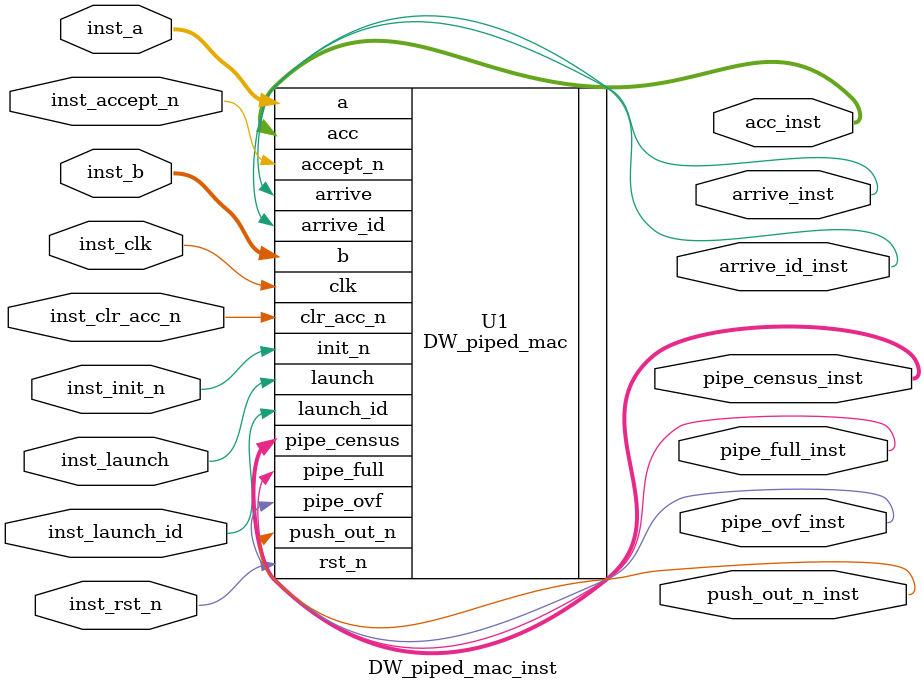
<source format=v>
module DW_piped_mac_inst( inst_clk, inst_rst_n, inst_init_n, 
	inst_clr_acc_n, inst_a, inst_b, acc_inst, inst_launch, inst_launch_id, 
	pipe_full_inst, pipe_ovf_inst, inst_accept_n, arrive_inst, 
	arrive_id_inst, push_out_n_inst, pipe_census_inst );

parameter inst_a_width = 8;
parameter inst_b_width = 8;
parameter inst_acc_width = 16;
parameter inst_tc = 0;
parameter inst_pipe_reg = 0;
parameter inst_id_width = 1;
parameter inst_no_pm = 0;
parameter inst_op_iso_mode = 0;

input inst_clk;
input inst_rst_n;
input inst_init_n;
input inst_clr_acc_n;
input [inst_a_width-1 : 0] inst_a;
input [inst_b_width-1 : 0] inst_b;
output [inst_acc_width-1 : 0] acc_inst;
input inst_launch;
input [inst_id_width-1 : 0] inst_launch_id;
output pipe_full_inst;
output pipe_ovf_inst;
input inst_accept_n;
output arrive_inst;
output [inst_id_width-1 : 0] arrive_id_inst;
output push_out_n_inst;
output [2 : 0] pipe_census_inst;

 // Instance of DW_piped_mac  
 DW_piped_mac #(inst_a_width, inst_b_width, inst_acc_width,
		inst_tc, inst_pipe_reg, inst_id_width, inst_no_pm)
	  U1 ( .clk(inst_clk), 
               .rst_n(inst_rst_n), 
               .init_n(inst_init_n), 
               .clr_acc_n(inst_clr_acc_n), 
               .a(inst_a), 
               .b(inst_b), 
               .acc(acc_inst), 
               .launch(inst_launch), 
               .launch_id(inst_launch_id), 
               .pipe_full(pipe_full_inst), 
               .pipe_ovf(pipe_ovf_inst), 
               .accept_n(inst_accept_n), 
               .arrive(arrive_inst), 
               .arrive_id(arrive_id_inst), 
               .push_out_n(push_out_n_inst), 
               .pipe_census(pipe_census_inst) );

endmodule

</source>
